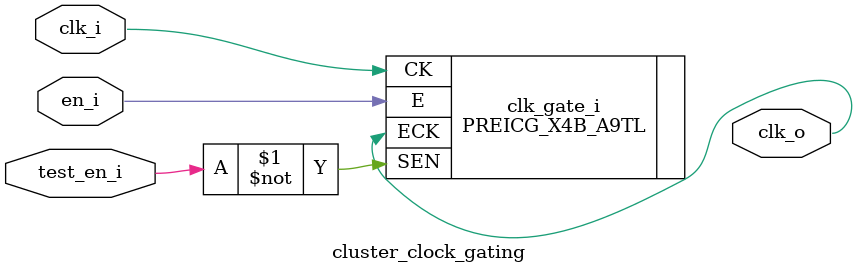
<source format=sv>
module cluster_clock_gating
(
    input  logic clk_i,
    input  logic en_i,
    input  logic test_en_i,
    output logic clk_o
);

    PREICG_X4B_A9TL clk_gate_i
    (
        .ECK(clk_o),
        .CK(clk_i),
        .E(en_i),
        .SEN(~test_en_i)
    );

endmodule

</source>
